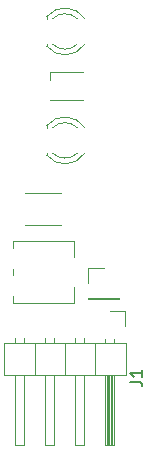
<source format=gbr>
%TF.GenerationSoftware,KiCad,Pcbnew,7.0.9*%
%TF.CreationDate,2024-12-17T14:28:59+09:00*%
%TF.ProjectId,line_short_robt2,6c696e65-5f73-4686-9f72-745f726f6274,rev?*%
%TF.SameCoordinates,Original*%
%TF.FileFunction,Legend,Top*%
%TF.FilePolarity,Positive*%
%FSLAX46Y46*%
G04 Gerber Fmt 4.6, Leading zero omitted, Abs format (unit mm)*
G04 Created by KiCad (PCBNEW 7.0.9) date 2024-12-17 14:28:59*
%MOMM*%
%LPD*%
G01*
G04 APERTURE LIST*
%ADD10C,0.150000*%
%ADD11C,0.120000*%
G04 APERTURE END LIST*
D10*
X136399819Y-93618333D02*
X137114104Y-93618333D01*
X137114104Y-93618333D02*
X137256961Y-93665952D01*
X137256961Y-93665952D02*
X137352200Y-93761190D01*
X137352200Y-93761190D02*
X137399819Y-93904047D01*
X137399819Y-93904047D02*
X137399819Y-93999285D01*
X137399819Y-92618333D02*
X137399819Y-93189761D01*
X137399819Y-92904047D02*
X136399819Y-92904047D01*
X136399819Y-92904047D02*
X136542676Y-92999285D01*
X136542676Y-92999285D02*
X136637914Y-93094523D01*
X136637914Y-93094523D02*
X136685533Y-93189761D01*
D11*
%TO.C,Q1*%
X129310000Y-62714000D02*
X129310000Y-62870000D01*
X129310000Y-65030000D02*
X129310000Y-65186000D01*
X132542334Y-62871392D02*
G75*
G03*
X129310001Y-62714485I-1672334J-1078608D01*
G01*
X131911129Y-62870164D02*
G75*
G03*
X129829040Y-62870001I-1041129J-1079836D01*
G01*
X129829040Y-65029999D02*
G75*
G03*
X131911129Y-65029836I1040960J1079999D01*
G01*
X129310001Y-65185515D02*
G75*
G03*
X132542334Y-65028608I1559999J1235515D01*
G01*
%TO.C,D1*%
X129580000Y-67425000D02*
X129580000Y-68075000D01*
X129580000Y-67425000D02*
X132420000Y-67425000D01*
X129580000Y-69725000D02*
X132420000Y-69725000D01*
%TO.C,Q2*%
X129310000Y-71939000D02*
X129310000Y-72095000D01*
X129310000Y-74255000D02*
X129310000Y-74411000D01*
X132542334Y-72096392D02*
G75*
G03*
X129310001Y-71939485I-1672334J-1078608D01*
G01*
X131911129Y-72095164D02*
G75*
G03*
X129829040Y-72095001I-1041129J-1079836D01*
G01*
X129829040Y-74254999D02*
G75*
G03*
X131911129Y-74254836I1040960J1079999D01*
G01*
X129310001Y-74410515D02*
G75*
G03*
X132542334Y-74253608I1559999J1235515D01*
G01*
%TO.C,J1*%
X135945000Y-87630000D02*
X135945000Y-88900000D01*
X134675000Y-87630000D02*
X135945000Y-87630000D01*
X132515000Y-89942929D02*
X132515000Y-90340000D01*
X131755000Y-89942929D02*
X131755000Y-90340000D01*
X129975000Y-89942929D02*
X129975000Y-90340000D01*
X129215000Y-89942929D02*
X129215000Y-90340000D01*
X127435000Y-89942929D02*
X127435000Y-90340000D01*
X126675000Y-89942929D02*
X126675000Y-90340000D01*
X135055000Y-90010000D02*
X135055000Y-90340000D01*
X134295000Y-90010000D02*
X134295000Y-90340000D01*
X136005000Y-90340000D02*
X125725000Y-90340000D01*
X133405000Y-90340000D02*
X133405000Y-93000000D01*
X130865000Y-90340000D02*
X130865000Y-93000000D01*
X128325000Y-90340000D02*
X128325000Y-93000000D01*
X125725000Y-90340000D02*
X125725000Y-93000000D01*
X136005000Y-93000000D02*
X136005000Y-90340000D01*
X135055000Y-93000000D02*
X135055000Y-99000000D01*
X134995000Y-93000000D02*
X134995000Y-99000000D01*
X134875000Y-93000000D02*
X134875000Y-99000000D01*
X134755000Y-93000000D02*
X134755000Y-99000000D01*
X134635000Y-93000000D02*
X134635000Y-99000000D01*
X134515000Y-93000000D02*
X134515000Y-99000000D01*
X134395000Y-93000000D02*
X134395000Y-99000000D01*
X132515000Y-93000000D02*
X132515000Y-99000000D01*
X129975000Y-93000000D02*
X129975000Y-99000000D01*
X127435000Y-93000000D02*
X127435000Y-99000000D01*
X125725000Y-93000000D02*
X136005000Y-93000000D01*
X135055000Y-99000000D02*
X134295000Y-99000000D01*
X134295000Y-99000000D02*
X134295000Y-93000000D01*
X132515000Y-99000000D02*
X131755000Y-99000000D01*
X131755000Y-99000000D02*
X131755000Y-93000000D01*
X129975000Y-99000000D02*
X129215000Y-99000000D01*
X129215000Y-99000000D02*
X129215000Y-93000000D01*
X127435000Y-99000000D02*
X126675000Y-99000000D01*
X126675000Y-99000000D02*
X126675000Y-93000000D01*
%TO.C,R1*%
X127497936Y-77640000D02*
X130552064Y-77640000D01*
X127497936Y-80360000D02*
X130552064Y-80360000D01*
%TO.C,J2*%
X132820000Y-83945000D02*
X134150000Y-83945000D01*
X132820000Y-85275000D02*
X132820000Y-83945000D01*
X132820000Y-86545000D02*
X132820000Y-86605000D01*
X132820000Y-86545000D02*
X135480000Y-86545000D01*
X132820000Y-86605000D02*
X135480000Y-86605000D01*
X135480000Y-86545000D02*
X135480000Y-86605000D01*
%TO.C,RV1*%
X131670000Y-86945000D02*
X131670000Y-85565000D01*
X131670000Y-86945000D02*
X126430000Y-86945000D01*
X131670000Y-83085000D02*
X131670000Y-81705000D01*
X131670000Y-81705000D02*
X126430000Y-81705000D01*
X126430000Y-86945000D02*
X126430000Y-86364000D01*
X126430000Y-84585000D02*
X126430000Y-84065000D01*
X126430000Y-82285000D02*
X126430000Y-81705000D01*
%TD*%
M02*

</source>
